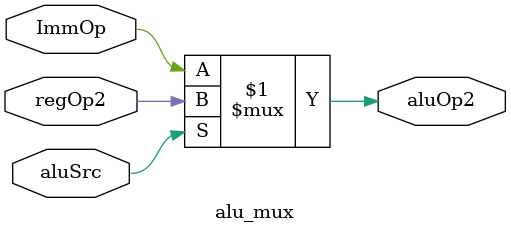
<source format=sv>
module alu_mux(
    input logic     aluSrc,    //select
    input logic     regOp2,    //if 0
    input logic     ImmOp,     //if 1
    output logic    aluOp2     //outputs second alu input
);

assign aluOp2 = aluSrc ? regOp2:ImmOp;

endmodule
</source>
